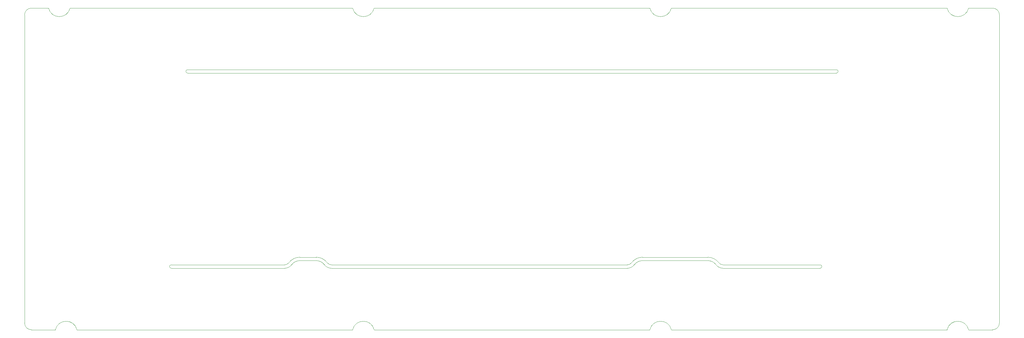
<source format=gbr>
%TF.GenerationSoftware,KiCad,Pcbnew,(6.0.7-1)-1*%
%TF.CreationDate,2022-08-16T21:09:04+02:00*%
%TF.ProjectId,plain60-flex-edition,706c6169-6e36-4302-9d66-6c65782d6564,rev?*%
%TF.SameCoordinates,Original*%
%TF.FileFunction,Profile,NP*%
%FSLAX46Y46*%
G04 Gerber Fmt 4.6, Leading zero omitted, Abs format (unit mm)*
G04 Created by KiCad (PCBNEW (6.0.7-1)-1) date 2022-08-16 21:09:04*
%MOMM*%
%LPD*%
G01*
G04 APERTURE LIST*
%TA.AperFunction,Profile*%
%ADD10C,0.100000*%
%TD*%
G04 APERTURE END LIST*
D10*
X237625192Y-19550192D02*
G75*
G03*
X237625192Y-18550008I8J500092D01*
G01*
X15825008Y-94725008D02*
G75*
G03*
X9525008Y-94725008I-3150000J-734500D01*
G01*
X48126422Y-18550064D02*
G75*
G03*
X48126422Y-19550136I-22J-500036D01*
G01*
X88908052Y-75089621D02*
G75*
G03*
X90115786Y-75700068I1207748J889521D01*
G01*
X88105652Y-75686411D02*
G75*
G03*
X90115786Y-76700063I2010148J1486311D01*
G01*
X96325006Y-94725008D02*
X15825008Y-94725008D01*
X203273179Y-75091894D02*
G75*
G03*
X200056947Y-73470061I-3216279J-2378206D01*
G01*
X76508604Y-76700081D02*
G75*
G03*
X78518758Y-75686427I-4J2499981D01*
G01*
X183125008Y-94725006D02*
X102625008Y-94725006D01*
X176584611Y-75700088D02*
G75*
G03*
X177789524Y-75093476I-11J1499988D01*
G01*
X189424993Y-94725011D02*
G75*
G03*
X183125008Y-94725006I-3149993J-734489D01*
G01*
X525008Y-2525008D02*
X525008Y-92725008D01*
X102625008Y-525008D02*
X183125008Y-525008D01*
X203273219Y-75091865D02*
G75*
G03*
X204479287Y-75700059I1206081J891765D01*
G01*
X269924782Y-525064D02*
G75*
G03*
X276225231Y-525009I3150218J734564D01*
G01*
X181006946Y-74470069D02*
X200056946Y-74470064D01*
X7525008Y-525008D02*
G75*
G03*
X13825008Y-525008I3150000J734500D01*
G01*
X285224993Y-2525007D02*
G75*
G03*
X283225008Y-525007I-1999993J7D01*
G01*
X269925008Y-94725006D02*
X189425008Y-94725008D01*
X48126422Y-19550136D02*
X237625192Y-19550136D01*
X43363195Y-75700064D02*
X76508604Y-75700064D01*
X276224993Y-94725011D02*
G75*
G03*
X269925008Y-94725006I-3149993J-734489D01*
G01*
X176584612Y-76700087D02*
G75*
G03*
X178594765Y-75686429I-12J2499987D01*
G01*
X283225008Y-94725008D02*
G75*
G03*
X285225008Y-92725008I-8J2000008D01*
G01*
X181006946Y-73470067D02*
X200056947Y-73470061D01*
X283225008Y-94725008D02*
X276225008Y-94725008D01*
X181006946Y-73470119D02*
G75*
G03*
X177789524Y-75093476I-46J-3999981D01*
G01*
X43363195Y-76700064D02*
X76508604Y-76700063D01*
X176584611Y-75700064D02*
X90115786Y-75700069D01*
X80930946Y-73470115D02*
G75*
G03*
X77714697Y-75091882I-46J-3999985D01*
G01*
X285225008Y-92725008D02*
X285225008Y-2525007D01*
X181006946Y-74470120D02*
G75*
G03*
X178594765Y-75686429I-46J-2999980D01*
G01*
X202469151Y-75686414D02*
G75*
G03*
X204479287Y-76700066I2010149J1486314D01*
G01*
X525013Y-92725008D02*
G75*
G03*
X2525007Y-94725007I1999997J-2D01*
G01*
X80930946Y-74470063D02*
X85693446Y-74470064D01*
X102625008Y-94725008D02*
G75*
G03*
X96325006Y-94725008I-3150001J-734500D01*
G01*
X80930946Y-74470115D02*
G75*
G03*
X78518759Y-75686428I-46J-2999985D01*
G01*
X232862718Y-75700000D02*
X204479287Y-75700060D01*
X9525008Y-94725008D02*
X2525007Y-94725008D01*
X202469114Y-75686441D02*
G75*
G03*
X200056946Y-74470064I-2412214J-1783659D01*
G01*
X183124992Y-525012D02*
G75*
G03*
X189425008Y-525010I3150008J734512D01*
G01*
X76508604Y-75700081D02*
G75*
G03*
X77714696Y-75091882I-4J1499981D01*
G01*
X232862718Y-76700000D02*
G75*
G03*
X232862718Y-75700000I-18J500000D01*
G01*
X88105613Y-75686440D02*
G75*
G03*
X85693446Y-74470064I-2412213J-1783660D01*
G01*
X189425008Y-525010D02*
X269924797Y-525059D01*
X276225231Y-525009D02*
X283225008Y-525010D01*
X2525008Y-525008D02*
G75*
G03*
X525008Y-2525008I-1J-1999999D01*
G01*
X237625192Y-18550008D02*
X48126422Y-18550136D01*
X88908014Y-75089649D02*
G75*
G03*
X85693446Y-73470064I-3214614J-2380451D01*
G01*
X96325008Y-525008D02*
G75*
G03*
X102625008Y-525008I3150000J734500D01*
G01*
X232862718Y-76700000D02*
X204479287Y-76700066D01*
X80930946Y-73470063D02*
X85693446Y-73470064D01*
X43363195Y-75700136D02*
G75*
G03*
X43363195Y-76700064I5J-499964D01*
G01*
X90115786Y-76700064D02*
X176584612Y-76700064D01*
X2525008Y-525008D02*
X7525008Y-525008D01*
X13825008Y-525008D02*
X96325008Y-525008D01*
M02*

</source>
